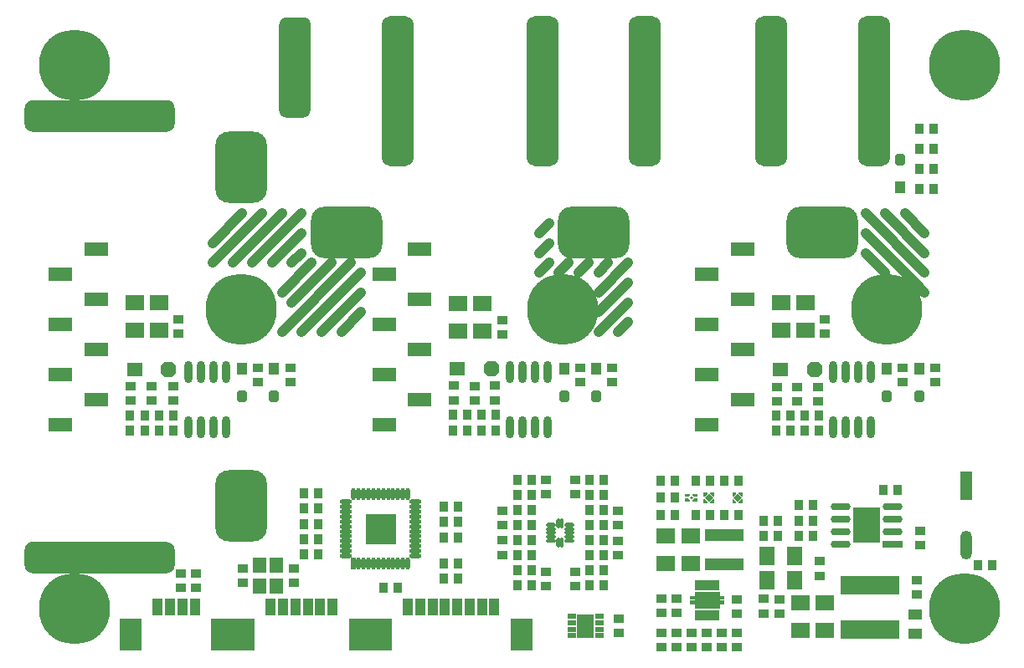
<source format=gbr>
%TF.GenerationSoftware,Altium Limited,Altium Designer,24.0.1 (36)*%
G04 Layer_Color=8388736*
%FSLAX45Y45*%
%MOMM*%
%TF.SameCoordinates,B8119A69-DF13-4F5F-B16A-25B655FCA713*%
%TF.FilePolarity,Negative*%
%TF.FileFunction,Soldermask,Top*%
%TF.Part,Single*%
G01*
G75*
%TA.AperFunction,NonConductor*%
%ADD73C,1.01600*%
%TA.AperFunction,SMDPad,CuDef*%
%ADD74C,0.24720*%
%TA.AperFunction,ConnectorPad*%
%ADD75R,2.20320X3.20320*%
%TA.AperFunction,SMDPad,CuDef*%
%ADD76R,1.70320X2.45321*%
%ADD77R,0.95320X1.05320*%
G04:AMPARAMS|DCode=78|XSize=1.2032mm|YSize=1.0032mm|CornerRadius=0mm|HoleSize=0mm|Usage=FLASHONLY|Rotation=90.000|XOffset=0mm|YOffset=0mm|HoleType=Round|Shape=Octagon|*
%AMOCTAGOND78*
4,1,8,0.25080,0.60160,-0.25080,0.60160,-0.50160,0.35080,-0.50160,-0.35080,-0.25080,-0.60160,0.25080,-0.60160,0.50160,-0.35080,0.50160,0.35080,0.25080,0.60160,0.0*
%
%ADD78OCTAGOND78*%

%ADD79R,1.00320X1.20320*%
%ADD80R,0.50320X1.00320*%
%ADD81R,2.60320X1.72320*%
%ADD82R,3.10160X3.10160*%
%ADD83O,0.50320X1.20320*%
%ADD84R,0.50320X1.20320*%
%ADD85O,1.20320X0.50320*%
%ADD86R,1.05320X0.95320*%
%ADD87R,1.47320X1.09220*%
%TA.AperFunction,ConnectorPad*%
%ADD88R,1.00320X1.80320*%
%TA.AperFunction,SMDPad,CuDef*%
%ADD89R,0.82819X0.48321*%
%ADD90R,2.40320X1.47320*%
%ADD91R,3.90320X1.30320*%
%ADD92R,1.85320X1.60320*%
G04:AMPARAMS|DCode=93|XSize=0.4232mm|YSize=1.0132mm|CornerRadius=0.1566mm|HoleSize=0mm|Usage=FLASHONLY|Rotation=270.000|XOffset=0mm|YOffset=0mm|HoleType=Round|Shape=RoundedRectangle|*
%AMROUNDEDRECTD93*
21,1,0.42320,0.70000,0,0,270.0*
21,1,0.11000,1.01320,0,0,270.0*
1,1,0.31320,-0.35000,-0.05500*
1,1,0.31320,-0.35000,0.05500*
1,1,0.31320,0.35000,0.05500*
1,1,0.31320,0.35000,-0.05500*
%
%ADD93ROUNDEDRECTD93*%
G04:AMPARAMS|DCode=94|XSize=0.4232mm|YSize=1.0132mm|CornerRadius=0.1566mm|HoleSize=0mm|Usage=FLASHONLY|Rotation=0.000|XOffset=0mm|YOffset=0mm|HoleType=Round|Shape=RoundedRectangle|*
%AMROUNDEDRECTD94*
21,1,0.42320,0.70000,0,0,0.0*
21,1,0.11000,1.01320,0,0,0.0*
1,1,0.31320,0.05500,-0.35000*
1,1,0.31320,-0.05500,-0.35000*
1,1,0.31320,-0.05500,0.35000*
1,1,0.31320,0.05500,0.35000*
%
%ADD94ROUNDEDRECTD94*%
%TA.AperFunction,ConnectorPad*%
G04:AMPARAMS|DCode=95|XSize=3.2032mm|YSize=15.2032mm|CornerRadius=0.8516mm|HoleSize=0mm|Usage=FLASHONLY|Rotation=90.000|XOffset=0mm|YOffset=0mm|HoleType=Round|Shape=RoundedRectangle|*
%AMROUNDEDRECTD95*
21,1,3.20320,13.50000,0,0,90.0*
21,1,1.50000,15.20320,0,0,90.0*
1,1,1.70320,6.75000,0.75000*
1,1,1.70320,6.75000,-0.75000*
1,1,1.70320,-6.75000,-0.75000*
1,1,1.70320,-6.75000,0.75000*
%
%ADD95ROUNDEDRECTD95*%
G04:AMPARAMS|DCode=96|XSize=5.2032mm|YSize=7.2032mm|CornerRadius=1.3516mm|HoleSize=0mm|Usage=FLASHONLY|Rotation=0.000|XOffset=0mm|YOffset=0mm|HoleType=Round|Shape=RoundedRectangle|*
%AMROUNDEDRECTD96*
21,1,5.20320,4.50000,0,0,0.0*
21,1,2.50000,7.20320,0,0,0.0*
1,1,2.70320,1.25000,-2.25000*
1,1,2.70320,-1.25000,-2.25000*
1,1,2.70320,-1.25000,2.25000*
1,1,2.70320,1.25000,2.25000*
%
%ADD96ROUNDEDRECTD96*%
%TA.AperFunction,SMDPad,CuDef*%
%ADD97R,1.60320X1.85320*%
%ADD98R,2.70320X3.60320*%
%ADD99O,2.00320X0.75320*%
%ADD100R,2.00320X0.75320*%
%ADD101O,0.81280X2.23520*%
%TA.AperFunction,ConnectorPad*%
G04:AMPARAMS|DCode=102|XSize=3.2032mm|YSize=10.2032mm|CornerRadius=0.8516mm|HoleSize=0mm|Usage=FLASHONLY|Rotation=0.000|XOffset=0mm|YOffset=0mm|HoleType=Round|Shape=RoundedRectangle|*
%AMROUNDEDRECTD102*
21,1,3.20320,8.50000,0,0,0.0*
21,1,1.50000,10.20320,0,0,0.0*
1,1,1.70320,0.75000,-4.25000*
1,1,1.70320,-0.75000,-4.25000*
1,1,1.70320,-0.75000,4.25000*
1,1,1.70320,0.75000,4.25000*
%
%ADD102ROUNDEDRECTD102*%
G04:AMPARAMS|DCode=103|XSize=5.2032mm|YSize=7.2032mm|CornerRadius=1.3516mm|HoleSize=0mm|Usage=FLASHONLY|Rotation=270.000|XOffset=0mm|YOffset=0mm|HoleType=Round|Shape=RoundedRectangle|*
%AMROUNDEDRECTD103*
21,1,5.20320,4.50000,0,0,270.0*
21,1,2.50000,7.20320,0,0,270.0*
1,1,2.70320,-2.25000,-1.25000*
1,1,2.70320,-2.25000,1.25000*
1,1,2.70320,2.25000,1.25000*
1,1,2.70320,2.25000,-1.25000*
%
%ADD103ROUNDEDRECTD103*%
G04:AMPARAMS|DCode=104|XSize=3.2032mm|YSize=15.2032mm|CornerRadius=0.8516mm|HoleSize=0mm|Usage=FLASHONLY|Rotation=0.000|XOffset=0mm|YOffset=0mm|HoleType=Round|Shape=RoundedRectangle|*
%AMROUNDEDRECTD104*
21,1,3.20320,13.50000,0,0,0.0*
21,1,1.50000,15.20320,0,0,0.0*
1,1,1.70320,0.75000,-6.75000*
1,1,1.70320,-0.75000,-6.75000*
1,1,1.70320,-0.75000,6.75000*
1,1,1.70320,0.75000,6.75000*
%
%ADD104ROUNDEDRECTD104*%
%TA.AperFunction,SMDPad,CuDef*%
%ADD105R,1.40320X1.50320*%
%ADD106O,1.20320X2.90320*%
%ADD107R,1.20320X2.90320*%
%ADD108R,5.90320X1.90320*%
%ADD109R,1.60020X1.47320*%
G04:AMPARAMS|DCode=110|XSize=1.6002mm|YSize=1.4732mm|CornerRadius=0mm|HoleSize=0mm|Usage=FLASHONLY|Rotation=0.000|XOffset=0mm|YOffset=0mm|HoleType=Round|Shape=Octagon|*
%AMOCTAGOND110*
4,1,8,0.80010,-0.36830,0.80010,0.36830,0.43180,0.73660,-0.43180,0.73660,-0.80010,0.36830,-0.80010,-0.36830,-0.43180,-0.73660,0.43180,-0.73660,0.80010,-0.36830,0.0*
%
%ADD110OCTAGOND110*%

%ADD111C,0.20320*%
%TA.AperFunction,ComponentPad*%
%ADD112C,1.20320*%
%ADD113C,7.20320*%
%ADD114C,1.21920*%
G36*
X7190689Y1678026D02*
X7191647Y1677735D01*
X7192529Y1677264D01*
X7193303Y1676629D01*
X7193938Y1675855D01*
X7194410Y1674973D01*
X7194700Y1674015D01*
X7194798Y1673019D01*
Y1663007D01*
X7194700Y1662011D01*
X7194410Y1661053D01*
X7193938Y1660171D01*
X7193303Y1659397D01*
X7168302Y1634396D01*
X7167528Y1633761D01*
X7166646Y1633289D01*
X7165688Y1632999D01*
X7164692Y1632901D01*
X7159691D01*
X7158695Y1632999D01*
X7157738Y1633289D01*
X7156855Y1633761D01*
X7156081Y1634396D01*
X7155447Y1635169D01*
X7154975Y1636052D01*
X7154684Y1637009D01*
X7154586Y1638005D01*
Y1673019D01*
X7154684Y1674015D01*
X7154975Y1674973D01*
X7155447Y1675855D01*
X7156081Y1676629D01*
X7156855Y1677264D01*
X7157738Y1677735D01*
X7158695Y1678026D01*
X7159691Y1678124D01*
X7189694D01*
X7190689Y1678026D01*
D02*
G37*
G36*
X6901649Y1677846D02*
X6902607Y1677555D01*
X6903489Y1677084D01*
X6904263Y1676449D01*
X6904898Y1675675D01*
X6905369Y1674793D01*
X6905660Y1673835D01*
X6905758Y1672839D01*
Y1662826D01*
X6905660Y1661831D01*
X6905369Y1660873D01*
X6904898Y1659991D01*
X6904263Y1659217D01*
X6879262Y1634216D01*
X6878488Y1633581D01*
X6877606Y1633109D01*
X6876648Y1632819D01*
X6875652Y1632721D01*
X6870651D01*
X6869655Y1632819D01*
X6868697Y1633109D01*
X6867815Y1633581D01*
X6867041Y1634216D01*
X6866407Y1634989D01*
X6865935Y1635872D01*
X6865644Y1636829D01*
X6865546Y1637825D01*
Y1672839D01*
X6865644Y1673835D01*
X6865935Y1674793D01*
X6866407Y1675675D01*
X6867041Y1676449D01*
X6867815Y1677084D01*
X6868697Y1677555D01*
X6869655Y1677846D01*
X6870651Y1677944D01*
X6900653D01*
X6901649Y1677846D01*
D02*
G37*
G36*
X6802143Y1660458D02*
X6803085Y1660172D01*
X6803954Y1659707D01*
X6804716Y1659082D01*
X6805341Y1658321D01*
X6805805Y1657452D01*
X6806091Y1656509D01*
X6806188Y1655529D01*
Y1633527D01*
X6806091Y1632547D01*
X6805805Y1631604D01*
X6805341Y1630735D01*
X6804716Y1629974D01*
X6803954Y1629349D01*
X6803085Y1628884D01*
X6802143Y1628598D01*
X6801162Y1628502D01*
X6775160D01*
X6774180Y1628598D01*
X6773237Y1628884D01*
X6772773Y1629132D01*
X6772369Y1629349D01*
X6771607Y1629974D01*
X6755608Y1645971D01*
Y1645971D01*
X6755608D01*
X6754982Y1646732D01*
X6754578Y1647489D01*
X6754518Y1647601D01*
D01*
X6754518Y1647601D01*
X6754406Y1647971D01*
X6754232Y1648543D01*
X6754136Y1649524D01*
Y1649524D01*
Y1649524D01*
Y1655529D01*
X6754232Y1656509D01*
X6754518Y1657452D01*
X6754982Y1658321D01*
X6755608Y1659082D01*
X6756369Y1659707D01*
X6757238Y1660172D01*
X6758181Y1660458D01*
X6759161Y1660554D01*
X6801162D01*
X6802143Y1660458D01*
D02*
G37*
G36*
X6724145Y1660448D02*
X6725087Y1660162D01*
X6725956Y1659697D01*
X6726718Y1659072D01*
X6727343Y1658311D01*
X6727807Y1657442D01*
X6728093Y1656499D01*
X6728189Y1655519D01*
Y1649519D01*
X6728093Y1648539D01*
X6727807Y1647596D01*
X6727343Y1646727D01*
X6726830Y1646102D01*
X6726718Y1645966D01*
X6710718Y1629964D01*
X6710718D01*
Y1629964D01*
X6709957Y1629339D01*
X6709200Y1628934D01*
X6709088Y1628875D01*
D01*
X6709088Y1628874D01*
X6708718Y1628762D01*
X6708146Y1628588D01*
X6707165Y1628492D01*
X6707165D01*
X6707165D01*
X6681163D01*
X6680182Y1628588D01*
X6679240Y1628874D01*
X6678371Y1629339D01*
X6677609Y1629964D01*
X6676984Y1630725D01*
X6676520Y1631594D01*
X6676234Y1632537D01*
X6676137Y1633517D01*
Y1655519D01*
X6676234Y1656499D01*
X6676520Y1657442D01*
X6676984Y1658311D01*
X6677609Y1659072D01*
X6678371Y1659697D01*
X6679240Y1660162D01*
X6680182Y1660448D01*
X6681163Y1660544D01*
X6723164D01*
X6724145Y1660448D01*
D02*
G37*
G36*
X7253290Y1678026D02*
X7254248Y1677735D01*
X7255130Y1677264D01*
X7255904Y1676629D01*
X7256539Y1675855D01*
X7257010Y1674973D01*
X7257301Y1674015D01*
X7257399Y1673019D01*
Y1633007D01*
X7257301Y1632011D01*
X7257213Y1631720D01*
X7257011Y1631053D01*
X7256539Y1630171D01*
X7256190Y1629746D01*
X7255904Y1629397D01*
X7255479Y1629049D01*
X7255131Y1628762D01*
X7254248Y1628291D01*
X7253290Y1628000D01*
X7252393Y1627912D01*
X7252295Y1627902D01*
X7252294D01*
D01*
X7251298Y1628000D01*
X7251008Y1628088D01*
X7250341Y1628290D01*
X7249458Y1628762D01*
X7249034Y1629111D01*
X7248685Y1629397D01*
X7248683Y1629399D01*
X7218684Y1659396D01*
X7218682Y1659397D01*
X7218334Y1659822D01*
X7218048Y1660170D01*
X7217576Y1661053D01*
X7217285Y1662010D01*
X7217187Y1663006D01*
X7217187Y1663009D01*
Y1673019D01*
X7217285Y1674015D01*
X7217576Y1674973D01*
X7218048Y1675855D01*
X7218682Y1676629D01*
X7219456Y1677264D01*
X7220338Y1677735D01*
X7221296Y1678026D01*
X7222292Y1678124D01*
X7252294D01*
X7253290Y1678026D01*
D02*
G37*
G36*
X6964250Y1677846D02*
X6965208Y1677555D01*
X6966090Y1677084D01*
X6966864Y1676449D01*
X6967499Y1675675D01*
X6967970Y1674793D01*
X6968261Y1673835D01*
X6968359Y1672839D01*
Y1632827D01*
X6968261Y1631831D01*
X6968173Y1631540D01*
X6967971Y1630873D01*
X6967499Y1629991D01*
X6967150Y1629566D01*
X6966864Y1629217D01*
X6966439Y1628868D01*
X6966090Y1628582D01*
X6965208Y1628111D01*
X6964250Y1627820D01*
X6963353Y1627732D01*
X6963255Y1627722D01*
D01*
X6963254D01*
X6962258Y1627820D01*
X6961968Y1627908D01*
X6961301Y1628110D01*
X6960418Y1628582D01*
X6959993Y1628931D01*
X6959645Y1629217D01*
X6959643Y1629218D01*
X6929644Y1659216D01*
X6929642Y1659217D01*
X6929294Y1659642D01*
X6929007Y1659990D01*
X6928536Y1660873D01*
X6928245Y1661830D01*
X6928147Y1662826D01*
X6928147Y1662829D01*
Y1672839D01*
X6928245Y1673835D01*
X6928536Y1674793D01*
X6929007Y1675675D01*
X6929642Y1676449D01*
X6930416Y1677084D01*
X6931298Y1677555D01*
X6932256Y1677846D01*
X6933252Y1677944D01*
X6963254D01*
X6964250Y1677846D01*
D02*
G37*
G36*
X6802143Y1612449D02*
X6803085Y1612163D01*
X6803954Y1611699D01*
X6804716Y1611074D01*
X6805341Y1610312D01*
X6805805Y1609443D01*
X6806091Y1608501D01*
X6806188Y1607520D01*
Y1585519D01*
X6806091Y1584538D01*
X6805805Y1583596D01*
X6805341Y1582727D01*
X6804716Y1581965D01*
X6803954Y1581340D01*
X6803085Y1580876D01*
X6802143Y1580590D01*
X6801162Y1580493D01*
X6759164D01*
X6758183Y1580590D01*
X6757240Y1580876D01*
X6756372Y1581340D01*
X6755610Y1581965D01*
X6754985Y1582727D01*
X6754521Y1583596D01*
X6754235Y1584538D01*
X6754138Y1585519D01*
Y1591518D01*
X6754235Y1592499D01*
X6754521Y1593441D01*
X6754985Y1594310D01*
X6755498Y1594935D01*
X6755610Y1595071D01*
X6771609Y1611073D01*
X6771610D01*
Y1611074D01*
X6772371Y1611699D01*
X6773128Y1612103D01*
X6773239Y1612163D01*
D01*
X6773240Y1612163D01*
X6773610Y1612275D01*
X6774182Y1612449D01*
X6775162Y1612546D01*
X6775163D01*
X6775163D01*
X6801162D01*
X6802143Y1612449D01*
D02*
G37*
G36*
X6708143Y1612447D02*
X6708715Y1612273D01*
X6709085Y1612161D01*
X6709086Y1612160D01*
D01*
X6709197Y1612101D01*
X6709954Y1611696D01*
X6710716Y1611071D01*
Y1611071D01*
X6710716D01*
X6726715Y1595069D01*
X6726827Y1594933D01*
X6727340Y1594308D01*
X6727804Y1593439D01*
X6728090Y1592496D01*
X6728187Y1591516D01*
Y1585516D01*
X6728090Y1584536D01*
X6727804Y1583593D01*
X6727340Y1582724D01*
X6726715Y1581963D01*
X6725954Y1581338D01*
X6725085Y1580873D01*
X6724142Y1580587D01*
X6723162Y1580491D01*
X6681163D01*
X6680182Y1580587D01*
X6679240Y1580873D01*
X6678371Y1581338D01*
X6677609Y1581963D01*
X6676984Y1582724D01*
X6676520Y1583593D01*
X6676234Y1584536D01*
X6676137Y1585516D01*
Y1607518D01*
X6676234Y1608498D01*
X6676520Y1609441D01*
X6676984Y1610310D01*
X6677609Y1611071D01*
X6678371Y1611696D01*
X6679240Y1612161D01*
X6680182Y1612447D01*
X6681163Y1612543D01*
X6707162D01*
X6707162D01*
X6707163D01*
X6708143Y1612447D01*
D02*
G37*
G36*
X6758851Y1620533D02*
X6741173Y1602855D01*
X6723495Y1620533D01*
X6741173Y1638211D01*
X6758851Y1620533D01*
D02*
G37*
G36*
X7248419Y1620507D02*
X7205993Y1578081D01*
X7163566Y1620507D01*
X7205993Y1662934D01*
X7248419Y1620507D01*
D02*
G37*
G36*
X6959379Y1620327D02*
X6916953Y1577901D01*
X6874526Y1620327D01*
X6916953Y1662754D01*
X6959379Y1620327D01*
D02*
G37*
G36*
X7253290Y1608016D02*
X7254248Y1607725D01*
X7255130Y1607254D01*
X7255904Y1606619D01*
X7256539Y1605845D01*
X7257010Y1604963D01*
X7257301Y1604005D01*
X7257399Y1603009D01*
Y1568021D01*
X7257301Y1567025D01*
X7257010Y1566067D01*
X7256539Y1565185D01*
X7255904Y1564411D01*
X7255130Y1563776D01*
X7254248Y1563305D01*
X7253290Y1563014D01*
X7252294Y1562916D01*
X7222292D01*
X7221296Y1563014D01*
X7220338Y1563305D01*
X7219456Y1563776D01*
X7218682Y1564411D01*
X7218048Y1565185D01*
X7217576Y1566067D01*
X7217285Y1567025D01*
X7217187Y1568021D01*
Y1573007D01*
Y1578008D01*
X7217285Y1579004D01*
X7217576Y1579962D01*
X7218048Y1580844D01*
X7218682Y1581618D01*
X7243684Y1606619D01*
X7244457Y1607254D01*
X7245340Y1607725D01*
X7246297Y1608016D01*
X7247293Y1608114D01*
X7252294D01*
X7253290Y1608016D01*
D02*
G37*
G36*
X7165688D02*
X7166646Y1607725D01*
X7167528Y1607254D01*
X7168302Y1606619D01*
X7193303Y1581618D01*
X7193938Y1580844D01*
X7194410Y1579962D01*
X7194700Y1579004D01*
X7194798Y1578008D01*
Y1568021D01*
X7194700Y1567025D01*
X7194410Y1566067D01*
X7193938Y1565185D01*
X7193303Y1564411D01*
X7192529Y1563776D01*
X7191647Y1563305D01*
X7190689Y1563014D01*
X7189694Y1562916D01*
X7159691D01*
X7158695Y1563014D01*
X7157738Y1563305D01*
X7156855Y1563776D01*
X7156081Y1564411D01*
X7155447Y1565185D01*
X7154975Y1566067D01*
X7154684Y1567025D01*
X7154586Y1568021D01*
Y1603009D01*
X7154684Y1604005D01*
X7154975Y1604963D01*
X7155447Y1605845D01*
X7156081Y1606619D01*
X7156855Y1607254D01*
X7157738Y1607725D01*
X7158695Y1608016D01*
X7159691Y1608114D01*
X7164692D01*
X7165688Y1608016D01*
D02*
G37*
G36*
X6964250Y1607836D02*
X6965208Y1607545D01*
X6966090Y1607073D01*
X6966864Y1606439D01*
X6967499Y1605665D01*
X6967970Y1604783D01*
X6968261Y1603825D01*
X6968359Y1602829D01*
Y1567841D01*
X6968261Y1566845D01*
X6967970Y1565887D01*
X6967499Y1565005D01*
X6966864Y1564231D01*
X6966090Y1563596D01*
X6965208Y1563125D01*
X6964250Y1562834D01*
X6963254Y1562736D01*
X6933252D01*
X6932256Y1562834D01*
X6931298Y1563125D01*
X6930416Y1563596D01*
X6929642Y1564231D01*
X6929007Y1565005D01*
X6928536Y1565887D01*
X6928245Y1566845D01*
X6928147Y1567841D01*
Y1572827D01*
Y1577828D01*
X6928245Y1578824D01*
X6928536Y1579781D01*
X6929007Y1580664D01*
X6929642Y1581438D01*
X6954643Y1606439D01*
X6955417Y1607073D01*
X6956300Y1607545D01*
X6957257Y1607836D01*
X6958253Y1607934D01*
X6963254D01*
X6964250Y1607836D01*
D02*
G37*
G36*
X6876648D02*
X6877606Y1607545D01*
X6878488Y1607073D01*
X6879262Y1606439D01*
X6904263Y1581438D01*
X6904898Y1580664D01*
X6905369Y1579781D01*
X6905660Y1578824D01*
X6905758Y1577828D01*
Y1567841D01*
X6905660Y1566845D01*
X6905369Y1565887D01*
X6904898Y1565005D01*
X6904263Y1564231D01*
X6903489Y1563596D01*
X6902607Y1563125D01*
X6901649Y1562834D01*
X6900653Y1562736D01*
X6870651D01*
X6869655Y1562834D01*
X6868697Y1563125D01*
X6867815Y1563596D01*
X6867041Y1564231D01*
X6866407Y1565005D01*
X6865935Y1565887D01*
X6865644Y1566845D01*
X6865546Y1567841D01*
Y1602829D01*
X6865644Y1603825D01*
X6865935Y1604783D01*
X6866407Y1605665D01*
X6867041Y1606439D01*
X6867815Y1607073D01*
X6868697Y1607545D01*
X6869655Y1607836D01*
X6870651Y1607934D01*
X6875652D01*
X6876648Y1607836D01*
D02*
G37*
G36*
X6989821Y664844D02*
X7020278D01*
X7021274Y664746D01*
X7022232Y664455D01*
X7023114Y663984D01*
X7023888Y663349D01*
X7024522Y662575D01*
X7024994Y661693D01*
X7025285Y660735D01*
X7025383Y659739D01*
Y628842D01*
X7071797D01*
X7072793Y628744D01*
X7073750Y628453D01*
X7074633Y627982D01*
X7075406Y627347D01*
X7076041Y626573D01*
X7076513Y625691D01*
X7076803Y624733D01*
X7076902Y623737D01*
Y593737D01*
X7076803Y592742D01*
X7076513Y591784D01*
X7076041Y590902D01*
X7075406Y590128D01*
X7074633Y589493D01*
X7073750Y589021D01*
X7072793Y588731D01*
X7071797Y588633D01*
X7025383D01*
Y578842D01*
X7071797D01*
X7072793Y578744D01*
X7073750Y578454D01*
X7074633Y577982D01*
X7075406Y577347D01*
X7076041Y576573D01*
X7076513Y575691D01*
X7076803Y574733D01*
X7076902Y573737D01*
Y543738D01*
X7076803Y542742D01*
X7076513Y541784D01*
X7076041Y540902D01*
X7075406Y540128D01*
X7074633Y539493D01*
X7073750Y539022D01*
X7072793Y538731D01*
X7071797Y538633D01*
X7025383D01*
Y507743D01*
X7025285Y506747D01*
X7024994Y505790D01*
X7024522Y504907D01*
X7023888Y504134D01*
X7023114Y503499D01*
X7022232Y503027D01*
X7021274Y502737D01*
X7020278Y502639D01*
X6780279D01*
X6779283Y502737D01*
X6778325Y503027D01*
X6777443Y503499D01*
X6776669Y504134D01*
X6776034Y504907D01*
X6775563Y505790D01*
X6775272Y506747D01*
X6775174Y507743D01*
Y538633D01*
X6729796D01*
X6728800Y538731D01*
X6727843Y539022D01*
X6726960Y539493D01*
X6726186Y540128D01*
X6725552Y540902D01*
X6725080Y541784D01*
X6724789Y542742D01*
X6724691Y543738D01*
Y573737D01*
X6724789Y574733D01*
X6725080Y575691D01*
X6725552Y576573D01*
X6726186Y577347D01*
X6726960Y577982D01*
X6727843Y578454D01*
X6728800Y578744D01*
X6729796Y578842D01*
X6775174D01*
Y588633D01*
X6729796D01*
X6728800Y588731D01*
X6727843Y589021D01*
X6726960Y589493D01*
X6726186Y590128D01*
X6725552Y590902D01*
X6725080Y591784D01*
X6724789Y592742D01*
X6724691Y593737D01*
Y623737D01*
X6724789Y624733D01*
X6725080Y625691D01*
X6725552Y626573D01*
X6726186Y627347D01*
X6726960Y627982D01*
X6727843Y628453D01*
X6728800Y628744D01*
X6729796Y628842D01*
X6775174D01*
Y659742D01*
X6775272Y660738D01*
X6775563Y661695D01*
X6776034Y662578D01*
X6776669Y663351D01*
X6777443Y663986D01*
X6778325Y664458D01*
X6779283Y664748D01*
X6780279Y664847D01*
X6989796D01*
X6989821Y664844D01*
D02*
G37*
D73*
X9000000Y3800000D02*
X9100000Y3700000D01*
X8500000Y4100000D02*
X8700000Y3900000D01*
X8500000Y4300000D02*
X9000000Y3800000D01*
X8500000Y4500000D02*
X9100000Y3900000D01*
X8700000Y4500000D02*
X9100000Y4100000D01*
X8700000Y4500000D02*
Y4500000D01*
X8900000D02*
X9100000Y4300000D01*
X6000000Y3300000D02*
X6100000Y3400000D01*
X6100000D01*
X5800000Y3300000D02*
X6100000Y3600000D01*
X5800000Y3500000D02*
X6100000Y3800000D01*
X6100000D01*
X5800000Y3700000D02*
X6100000Y4000000D01*
X5800000Y3900000D02*
X5900000Y4000000D01*
X5600000Y3900000D02*
X5700000Y4000000D01*
X5700000D01*
X5400000Y3900000D02*
X5500000Y4000000D01*
X5500000D01*
X5200000Y3900000D02*
X5300000Y4000000D01*
X5300000D01*
X5200000Y4100000D02*
X5300000Y4200000D01*
X5200000Y4300000D02*
X5300000Y4400000D01*
X3200000Y3300000D02*
X3400000Y3500000D01*
X3000000Y3300000D02*
X3400000Y3700000D01*
X2800000Y3300000D02*
X3400000Y3900000D01*
X2600000Y3300000D02*
X3300000Y4000000D01*
X3300000D01*
X2700000Y3600000D02*
X3100000Y4000000D01*
X2600000Y3700000D02*
X2900000Y4000000D01*
X2900000D01*
X2700000D02*
X2800000Y4100000D01*
X2500000Y4000000D02*
X2800000Y4300000D01*
Y4300000D01*
X2300000Y4000000D02*
X2800000Y4500000D01*
X2100000Y4000000D02*
X2600000Y4500000D01*
X1900000Y4000000D02*
X2400000Y4500000D01*
X1900000Y4200000D02*
X2200000Y4500000D01*
D74*
X6780162Y1644536D02*
D03*
Y1596530D02*
D03*
X6702158Y1644510D02*
D03*
Y1596504D02*
D03*
D75*
X1070960Y235500D02*
D03*
X1997360D02*
D03*
X3388740D02*
D03*
X2212340D02*
D03*
X3599180D02*
D03*
X5025580D02*
D03*
D76*
X5671820Y322580D02*
D03*
D77*
X9048640Y4749800D02*
D03*
X9193640D02*
D03*
X4237880Y952500D02*
D03*
X4382880D02*
D03*
X4237880Y800100D02*
D03*
X4382880D02*
D03*
X2820560Y1051560D02*
D03*
X2965560D02*
D03*
X2820560Y1663700D02*
D03*
X2965560D02*
D03*
X2821720Y1356360D02*
D03*
X2966720D02*
D03*
X2820560Y1203960D02*
D03*
X2965560D02*
D03*
X4381720Y1531620D02*
D03*
X4236720D02*
D03*
X4381720Y1376680D02*
D03*
X4236720D02*
D03*
X4382880Y1221740D02*
D03*
X4237880D02*
D03*
X2820560Y1511300D02*
D03*
X2965560D02*
D03*
X3769580Y708660D02*
D03*
X3624580D02*
D03*
X5124560Y883920D02*
D03*
X4979560D02*
D03*
X5124560Y731520D02*
D03*
X4979560D02*
D03*
X9635380Y939800D02*
D03*
X9780380D02*
D03*
X5124560Y1341120D02*
D03*
X4979560D02*
D03*
X5124560Y1493520D02*
D03*
X4979560D02*
D03*
X5124560Y1188720D02*
D03*
X4979560D02*
D03*
X5124560Y1036320D02*
D03*
X4979560D02*
D03*
X4979560Y1645920D02*
D03*
X5124560D02*
D03*
X4979560Y1798320D02*
D03*
X5124560D02*
D03*
X8677800Y1699260D02*
D03*
X8822800D02*
D03*
X6429900Y1447800D02*
D03*
X6574900D02*
D03*
X6574900Y1620520D02*
D03*
X6429900D02*
D03*
X6574900Y1790700D02*
D03*
X6429900D02*
D03*
X5711080Y1188720D02*
D03*
X5856080D02*
D03*
X5711080Y1036320D02*
D03*
X5856080D02*
D03*
X5856080Y883920D02*
D03*
X5711080D02*
D03*
X5856080Y731520D02*
D03*
X5711080D02*
D03*
X5711080Y1341120D02*
D03*
X5856080D02*
D03*
X5711080Y1493520D02*
D03*
X5856080D02*
D03*
X5856080Y1645920D02*
D03*
X5711080D02*
D03*
X5856080Y1798320D02*
D03*
X5711080D02*
D03*
X7613760Y1231900D02*
D03*
X7468760D02*
D03*
X7613760Y1386840D02*
D03*
X7468760D02*
D03*
X7822980Y1234440D02*
D03*
X7967980D02*
D03*
X7071360Y1791900D02*
D03*
X7216360D02*
D03*
Y1446460D02*
D03*
X7071360D02*
D03*
X6782960Y1791900D02*
D03*
X6927960D02*
D03*
X6926800Y1446460D02*
D03*
X6781800D02*
D03*
X7822980Y1389380D02*
D03*
X7967980D02*
D03*
X9193639Y5356860D02*
D03*
X9048640D02*
D03*
X9193640Y5153660D02*
D03*
X9048640D02*
D03*
X7967979Y1544320D02*
D03*
X7822980D02*
D03*
X9048640Y4950460D02*
D03*
X9193640D02*
D03*
X4475480Y2303780D02*
D03*
X4330480D02*
D03*
X1210420Y2301240D02*
D03*
X1065420D02*
D03*
X4617720Y2303780D02*
D03*
X4762720D02*
D03*
X1360060Y2301240D02*
D03*
X1505060D02*
D03*
X4617720Y2458720D02*
D03*
X4762720D02*
D03*
X1360060Y2456180D02*
D03*
X1505060D02*
D03*
X4330481Y2458720D02*
D03*
X4475481D02*
D03*
X1065420Y2456180D02*
D03*
X1210420D02*
D03*
X7742140Y2298700D02*
D03*
X7597140D02*
D03*
X7883000D02*
D03*
X8028000D02*
D03*
X7883000Y2451100D02*
D03*
X8028000D02*
D03*
X7597140D02*
D03*
X7742140D02*
D03*
D78*
X8849360Y5042200D02*
D03*
X9042400Y2647200D02*
D03*
X8717280Y2647500D02*
D03*
X5778500Y2646080D02*
D03*
X2522220Y2648620D02*
D03*
X5453380Y2646380D02*
D03*
X2197100Y2648620D02*
D03*
D79*
X8849360Y4762200D02*
D03*
X9042400Y2927200D02*
D03*
X8717280Y2927500D02*
D03*
X5778500Y2926080D02*
D03*
X2522220Y2928620D02*
D03*
X5453380Y2926380D02*
D03*
X2197100Y2928620D02*
D03*
D80*
X6901167Y733877D02*
D03*
X6851180D02*
D03*
X6801167D02*
D03*
X6951180D02*
D03*
X7001167D02*
D03*
X6851180Y433903D02*
D03*
X6801167D02*
D03*
X6951180D02*
D03*
X6901167D02*
D03*
X7001167D02*
D03*
D81*
X6900278Y583737D02*
D03*
D82*
X3599180Y1305560D02*
D03*
D83*
X3874180Y955560D02*
D03*
X3824180D02*
D03*
X3774180D02*
D03*
X3724180D02*
D03*
X3674180D02*
D03*
X3624180D02*
D03*
X3574180D02*
D03*
X3524180D02*
D03*
X3474180D02*
D03*
X3424180D02*
D03*
X3374180D02*
D03*
X3324180Y1655560D02*
D03*
X3374180D02*
D03*
X3424180D02*
D03*
X3474180D02*
D03*
X3524180D02*
D03*
X3574180D02*
D03*
X3624180D02*
D03*
X3674180D02*
D03*
X3724180D02*
D03*
X3774180D02*
D03*
X3824180D02*
D03*
X3874180D02*
D03*
D84*
X3324180Y955560D02*
D03*
D85*
X3949180Y1580560D02*
D03*
Y1530560D02*
D03*
Y1480560D02*
D03*
Y1430560D02*
D03*
Y1380560D02*
D03*
Y1330560D02*
D03*
Y1280560D02*
D03*
Y1230560D02*
D03*
Y1180560D02*
D03*
Y1130560D02*
D03*
Y1080560D02*
D03*
Y1030560D02*
D03*
X3249180D02*
D03*
Y1080560D02*
D03*
Y1130560D02*
D03*
Y1180560D02*
D03*
Y1230560D02*
D03*
Y1280560D02*
D03*
Y1330560D02*
D03*
Y1380560D02*
D03*
Y1430560D02*
D03*
Y1480560D02*
D03*
Y1530560D02*
D03*
Y1580560D02*
D03*
D86*
X6002020Y1488660D02*
D03*
Y1343660D02*
D03*
X9017000Y783700D02*
D03*
Y638700D02*
D03*
X1732280Y711200D02*
D03*
Y856200D02*
D03*
X6007100Y252620D02*
D03*
Y397620D02*
D03*
X1577340Y856200D02*
D03*
Y711200D02*
D03*
X4546600Y2607200D02*
D03*
Y2752200D02*
D03*
X1285240Y2604660D02*
D03*
Y2749660D02*
D03*
X7813040Y2599580D02*
D03*
Y2744580D02*
D03*
X9204960Y2937360D02*
D03*
Y2792360D02*
D03*
X4338320Y2754740D02*
D03*
Y2609740D02*
D03*
X6896420Y105830D02*
D03*
Y250830D02*
D03*
X6591620Y105830D02*
D03*
Y250830D02*
D03*
X6439220Y105830D02*
D03*
Y250830D02*
D03*
X6744020D02*
D03*
Y105830D02*
D03*
X7048820Y250830D02*
D03*
Y105830D02*
D03*
X4833620Y1341120D02*
D03*
Y1486120D02*
D03*
X5273040Y1802240D02*
D03*
Y1657240D02*
D03*
X4833620Y1188720D02*
D03*
Y1043720D02*
D03*
X5273040Y725060D02*
D03*
Y870060D02*
D03*
X6002020Y1186180D02*
D03*
Y1041180D02*
D03*
X5562600Y725060D02*
D03*
Y870060D02*
D03*
Y1804780D02*
D03*
Y1659780D02*
D03*
X7200900Y594580D02*
D03*
Y449580D02*
D03*
X6441440Y452120D02*
D03*
Y597120D02*
D03*
X6593840Y597120D02*
D03*
Y452120D02*
D03*
X7201220Y105830D02*
D03*
Y250830D02*
D03*
X2722880Y758080D02*
D03*
Y903080D02*
D03*
X2204720D02*
D03*
Y758080D02*
D03*
X8039100Y976740D02*
D03*
Y831740D02*
D03*
X9055100Y1286620D02*
D03*
Y1141620D02*
D03*
X7475220Y595740D02*
D03*
Y450740D02*
D03*
X7635240Y594360D02*
D03*
Y449360D02*
D03*
X1074420Y2607200D02*
D03*
Y2752200D02*
D03*
X4752340Y2754740D02*
D03*
Y2609740D02*
D03*
X1498600Y2749660D02*
D03*
Y2604660D02*
D03*
X5941060Y2791240D02*
D03*
Y2936240D02*
D03*
X2684780Y2793780D02*
D03*
Y2938780D02*
D03*
X4828540Y3271520D02*
D03*
Y3416520D02*
D03*
X1557020Y3280300D02*
D03*
Y3425300D02*
D03*
X5615940Y2791240D02*
D03*
Y2936240D02*
D03*
X2359660Y2793780D02*
D03*
Y2938780D02*
D03*
X7604980Y2598420D02*
D03*
Y2743420D02*
D03*
X8021540D02*
D03*
Y2598420D02*
D03*
X8092440Y3282840D02*
D03*
Y3427840D02*
D03*
X8879840Y2792360D02*
D03*
Y2937360D02*
D03*
D87*
X9001752Y245368D02*
D03*
Y435368D02*
D03*
D88*
X1345280Y516560D02*
D03*
X1470280D02*
D03*
X1595280D02*
D03*
X1720280D02*
D03*
X3873500D02*
D03*
X3998500D02*
D03*
X4123500D02*
D03*
X4248500D02*
D03*
X4373500D02*
D03*
X4498500D02*
D03*
X4623500D02*
D03*
X4748500D02*
D03*
X3111660D02*
D03*
X2986660D02*
D03*
X2861660D02*
D03*
X2736660D02*
D03*
X2611660D02*
D03*
X2486660D02*
D03*
D89*
X5530571Y420065D02*
D03*
Y355092D02*
D03*
Y290068D02*
D03*
Y225095D02*
D03*
X5813069D02*
D03*
Y290068D02*
D03*
Y355092D02*
D03*
Y420065D02*
D03*
D90*
X3632200Y2364740D02*
D03*
Y2872740D02*
D03*
Y3380740D02*
D03*
Y3888740D02*
D03*
X3992220Y2618740D02*
D03*
Y3126740D02*
D03*
Y4142740D02*
D03*
Y3634740D02*
D03*
X720700Y3632200D02*
D03*
Y4140200D02*
D03*
Y3124200D02*
D03*
Y2616200D02*
D03*
X360680Y3886200D02*
D03*
Y3378200D02*
D03*
Y2870200D02*
D03*
Y2362200D02*
D03*
X7256120Y3632200D02*
D03*
Y4140200D02*
D03*
Y3124200D02*
D03*
Y2616200D02*
D03*
X6896100Y3886200D02*
D03*
Y3378200D02*
D03*
Y2870200D02*
D03*
Y2362200D02*
D03*
D91*
X7076440Y1244740D02*
D03*
Y944740D02*
D03*
D92*
X6482080Y954440D02*
D03*
Y1234440D02*
D03*
X6733540Y954740D02*
D03*
Y1234740D02*
D03*
X7840980Y274020D02*
D03*
Y554020D02*
D03*
X8089900Y274020D02*
D03*
Y554020D02*
D03*
X7650480Y3599480D02*
D03*
Y3319480D02*
D03*
X7894320Y3599480D02*
D03*
Y3319480D02*
D03*
X4627880Y3589620D02*
D03*
Y3309620D02*
D03*
X1114655Y3599480D02*
D03*
Y3319480D02*
D03*
X4381500Y3589620D02*
D03*
Y3309620D02*
D03*
X1358495Y3599480D02*
D03*
Y3319480D02*
D03*
D93*
X5318240Y1344920D02*
D03*
Y1304920D02*
D03*
Y1264920D02*
D03*
Y1224920D02*
D03*
Y1184920D02*
D03*
X5507240D02*
D03*
Y1224920D02*
D03*
Y1264920D02*
D03*
Y1304920D02*
D03*
Y1344920D02*
D03*
D94*
X5392740Y1170420D02*
D03*
X5432740D02*
D03*
Y1359420D02*
D03*
X5392740D02*
D03*
D95*
X760160Y5486400D02*
D03*
X760160Y1016000D02*
D03*
D96*
X2190160Y4966403D02*
D03*
Y1536000D02*
D03*
D97*
X7507940Y1033780D02*
D03*
X7787940D02*
D03*
X7507940Y789940D02*
D03*
X7787940D02*
D03*
D98*
X8511540Y1343660D02*
D03*
D99*
X8249040Y1534160D02*
D03*
Y1407160D02*
D03*
Y1280160D02*
D03*
Y1153160D02*
D03*
X8774040Y1534160D02*
D03*
Y1407160D02*
D03*
Y1280160D02*
D03*
D100*
Y1153160D02*
D03*
D101*
X4909820Y2334260D02*
D03*
X5036820D02*
D03*
X5163820D02*
D03*
X5290820D02*
D03*
Y2893060D02*
D03*
X5163820D02*
D03*
X5036820D02*
D03*
X4909820D02*
D03*
X1653540Y2334260D02*
D03*
X1780540D02*
D03*
X1907540D02*
D03*
X2034540D02*
D03*
Y2893060D02*
D03*
X1907540D02*
D03*
X1780540D02*
D03*
X1653540D02*
D03*
X8173940Y2334260D02*
D03*
X8300940D02*
D03*
X8427940D02*
D03*
X8554940D02*
D03*
Y2893060D02*
D03*
X8427940D02*
D03*
X8300940D02*
D03*
X8173940D02*
D03*
D102*
X2732337Y5979160D02*
D03*
D103*
X3252337Y4310400D02*
D03*
X5752400D02*
D03*
X8065203Y4310400D02*
D03*
D104*
X3772334Y5740400D02*
D03*
X5232400Y5740400D02*
D03*
X6272397Y5740400D02*
D03*
X7545203Y5740400D02*
D03*
X8585200Y5740400D02*
D03*
D105*
X2541180Y725580D02*
D03*
X2371180D02*
D03*
X2541180Y935580D02*
D03*
X2371180D02*
D03*
D106*
X9522460Y1145260D02*
D03*
D107*
Y1745260D02*
D03*
D108*
X8549640Y283000D02*
D03*
Y733000D02*
D03*
D109*
X7641810Y2915920D02*
D03*
X4372610Y2931160D02*
D03*
X1109980Y2922380D02*
D03*
D110*
X7984710Y2915920D02*
D03*
X4715510Y2931160D02*
D03*
X1452880Y2922380D02*
D03*
D111*
X1448480Y5393123D02*
D03*
X1448480Y1113223D02*
D03*
X3679057Y5052080D02*
D03*
X5329623Y5052080D02*
D03*
X6179120Y5052080D02*
D03*
X7642426Y5052080D02*
D03*
X8491923Y5052080D02*
D03*
D112*
X71800Y5393123D02*
D03*
X760140D02*
D03*
X415970D02*
D03*
X243885D02*
D03*
X932225D02*
D03*
X588055D02*
D03*
X1104310D02*
D03*
X1276395D02*
D03*
X1448480Y5583623D02*
D03*
X71800D02*
D03*
X760140D02*
D03*
X415970D02*
D03*
X243885D02*
D03*
X932225D02*
D03*
X588055D02*
D03*
X1104310D02*
D03*
X1276395D02*
D03*
X1448480Y922723D02*
D03*
X71800D02*
D03*
X760140D02*
D03*
X415970D02*
D03*
X243885D02*
D03*
X932225D02*
D03*
X588055D02*
D03*
X1104310D02*
D03*
X1276395D02*
D03*
X71800Y1113223D02*
D03*
X760140D02*
D03*
X415970D02*
D03*
X243885D02*
D03*
X932225D02*
D03*
X588055D02*
D03*
X1104310D02*
D03*
X1276395D02*
D03*
X2829560Y5912505D02*
D03*
Y5568335D02*
D03*
Y6256675D02*
D03*
Y6084590D02*
D03*
Y5740420D02*
D03*
Y6428760D02*
D03*
X2639060Y5912505D02*
D03*
Y5568335D02*
D03*
Y6256675D02*
D03*
Y6084590D02*
D03*
Y5740420D02*
D03*
Y6428760D02*
D03*
X3869557Y5224165D02*
D03*
Y5396250D02*
D03*
Y5912505D02*
D03*
Y5568335D02*
D03*
Y6256675D02*
D03*
Y6084590D02*
D03*
Y5740420D02*
D03*
Y6428760D02*
D03*
Y5052080D02*
D03*
X3679057Y5224165D02*
D03*
Y5396250D02*
D03*
Y5912505D02*
D03*
Y5568335D02*
D03*
Y6256675D02*
D03*
Y6084590D02*
D03*
Y5740420D02*
D03*
Y6428760D02*
D03*
X5329623Y5224165D02*
D03*
Y5396250D02*
D03*
Y5912505D02*
D03*
Y5568335D02*
D03*
Y6256675D02*
D03*
Y6084590D02*
D03*
Y5740420D02*
D03*
Y6428760D02*
D03*
X5139123Y5224165D02*
D03*
Y5396250D02*
D03*
Y5912505D02*
D03*
Y5568335D02*
D03*
Y6256675D02*
D03*
Y6084590D02*
D03*
Y5740420D02*
D03*
Y6428760D02*
D03*
Y5052080D02*
D03*
X6369620Y5224165D02*
D03*
Y5396250D02*
D03*
Y5912505D02*
D03*
Y5568335D02*
D03*
Y6256675D02*
D03*
Y6084590D02*
D03*
Y5740420D02*
D03*
Y6428760D02*
D03*
Y5052080D02*
D03*
X6179120Y5224165D02*
D03*
Y5396250D02*
D03*
Y5912505D02*
D03*
Y5568335D02*
D03*
Y6256675D02*
D03*
Y6084590D02*
D03*
Y5740420D02*
D03*
Y6428760D02*
D03*
X7642426Y5224165D02*
D03*
Y5396250D02*
D03*
Y5912505D02*
D03*
Y5568335D02*
D03*
Y6256675D02*
D03*
Y6084590D02*
D03*
Y5740420D02*
D03*
Y6428760D02*
D03*
X7451926Y5224165D02*
D03*
Y5396250D02*
D03*
Y5912505D02*
D03*
Y5568335D02*
D03*
Y6256675D02*
D03*
Y6084590D02*
D03*
Y5740420D02*
D03*
Y6428760D02*
D03*
Y5052080D02*
D03*
X8682423Y5224165D02*
D03*
Y5396250D02*
D03*
Y5912505D02*
D03*
Y5568335D02*
D03*
Y6256675D02*
D03*
Y6084590D02*
D03*
Y5740420D02*
D03*
Y6428760D02*
D03*
Y5052080D02*
D03*
X8491923Y5224165D02*
D03*
Y5396250D02*
D03*
Y5912505D02*
D03*
Y5568335D02*
D03*
Y6256675D02*
D03*
Y6084590D02*
D03*
Y5740420D02*
D03*
Y6428760D02*
D03*
D113*
X8719820Y3533140D02*
D03*
X5438140D02*
D03*
X2186940D02*
D03*
X9499384Y500001D02*
D03*
Y6000012D02*
D03*
X499366Y500001D02*
D03*
Y6000012D02*
D03*
D114*
X8450580Y3533140D02*
D03*
X8585200Y3299971D02*
D03*
X8854440D02*
D03*
X8989060Y3533140D02*
D03*
X8854440Y3766309D02*
D03*
X8585200D02*
D03*
X5168900Y3533140D02*
D03*
X5303520Y3299971D02*
D03*
X5572760D02*
D03*
X5707380Y3533140D02*
D03*
X5572760Y3766309D02*
D03*
X5303520D02*
D03*
X1917700Y3533140D02*
D03*
X2052320Y3299971D02*
D03*
X2321560D02*
D03*
X2456180Y3533140D02*
D03*
X2321560Y3766309D02*
D03*
X2052320D02*
D03*
X9364764Y733170D02*
D03*
X9634004D02*
D03*
X9768624Y500001D02*
D03*
X9634004Y266832D02*
D03*
X9364764D02*
D03*
X9230144Y500001D02*
D03*
X9364764Y6233181D02*
D03*
X9634004D02*
D03*
X9768624Y6000012D02*
D03*
X9634004Y5766843D02*
D03*
X9364764D02*
D03*
X9230144Y6000012D02*
D03*
X364746Y733170D02*
D03*
X633986D02*
D03*
X768606Y500001D02*
D03*
X633986Y266832D02*
D03*
X364746D02*
D03*
X230126Y500001D02*
D03*
X364746Y6233181D02*
D03*
X633986D02*
D03*
X768606Y6000012D02*
D03*
X633986Y5766843D02*
D03*
X364746D02*
D03*
X230126Y6000012D02*
D03*
%TF.MD5,15ca13ce3d5fc1417f446eb836a5c64c*%
M02*

</source>
